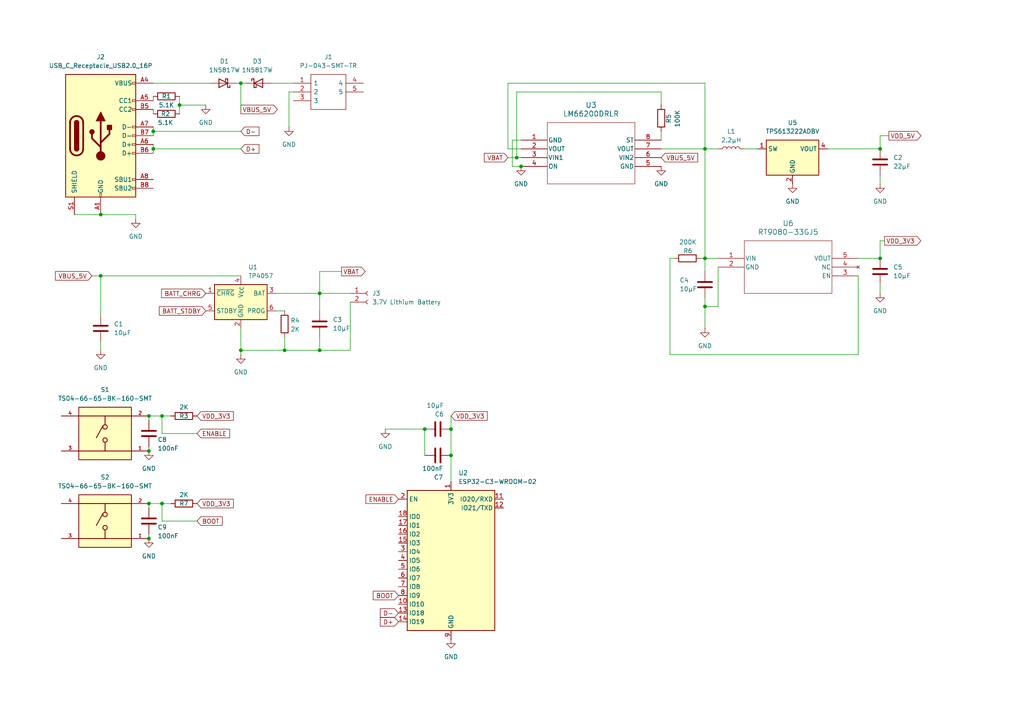
<source format=kicad_sch>
(kicad_sch (version 20250114) (generator "eeschema") (generator_version "9.0")
  (paper "A4")
  (lib_symbols
    (symbol "Battery_Management:TP4057"
      (property "Reference" "U" (at -6.35 6.604 0))
      (property "Value" "TP4057" (at 1.524 6.604 0))
      (symbol "TP4057_0_1"
        (rectangle (start -7.62 5.08) (end 7.62 -5.08) (stroke (width 0.254)) (fill (type background)))
      )
      (symbol "TP4057_1_1"
        (pin open_collector line (at -10.16 2.54 0) (length 2.54) (name "~{CHRG}") (number "1"))
        (pin open_collector line (at -10.16 -2.54 0) (length 2.54) (name "STDBY") (number "5"))
        (pin power_in line (at 0 7.62 270) (length 2.54) (name "V_{CC}") (number "4"))
        (pin power_in line (at 0 -7.62 90) (length 2.54) (name "GND") (number "2"))
        (pin power_out line (at 10.16 2.54 180) (length 2.54) (name "BAT") (number "3"))
        (pin passive line (at 10.16 -2.54 180) (length 2.54) (name "PROG") (number "6"))
      )
    )
    (symbol "Connector:Conn_01x02_Socket" (pin_names (offset 1.016) (hide yes))
      (property "Reference" "J" (at 0 2.54 0))
      (property "Value" "Conn_01x02_Socket" (at 0 -5.08 0))
      (symbol "Conn_01x02_Socket_1_1"
        (polyline (pts (xy -1.27 0) (xy -0.508 0)) (stroke (width 0.1524)))
        (polyline (pts (xy -1.27 -2.54) (xy -0.508 -2.54)) (stroke (width 0.1524)))
        (arc (start 0 -0.508) (mid -0.5058 0) (end 0 0.508) (stroke (width 0.1524)))
        (arc (start 0 -3.048) (mid -0.5058 -2.54) (end 0 -2.032) (stroke (width 0.1524)))
        (pin passive line (at -5.08 0 0) (length 3.81) (name "Pin_1") (number "1"))
        (pin passive line (at -5.08 -2.54 0) (length 3.81) (name "Pin_2") (number "2"))
      )
    )
    (symbol "Connector:USB_C_Receptacle_USB2.0_16P" (pin_names (offset 1.016))
      (property "Reference" "J" (at 0 22.225 0))
      (property "Value" "USB_C_Receptacle_USB2.0_16P" (at 0 19.685 0))
      (symbol "USB_C_Receptacle_USB2.0_16P_0_0"
        (rectangle (start -0.254 -17.78) (end 0.254 -16.764))
        (rectangle (start 10.16 15.494) (end 9.144 14.986))
        (rectangle (start 10.16 10.414) (end 9.144 9.906))
        (rectangle (start 10.16 7.874) (end 9.144 7.366))
        (rectangle (start 10.16 2.794) (end 9.144 2.286))
        (rectangle (start 10.16 0.254) (end 9.144 -0.254))
        (rectangle (start 10.16 -2.286) (end 9.144 -2.794))
        (rectangle (start 10.16 -4.826) (end 9.144 -5.334))
        (rectangle (start 10.16 -12.446) (end 9.144 -12.954))
        (rectangle (start 10.16 -14.986) (end 9.144 -15.494))
      )
      (symbol "USB_C_Receptacle_USB2.0_16P_0_1"
        (rectangle (start -10.16 17.78) (end 10.16 -17.78) (stroke (width 0.254)) (fill (type background)))
        (polyline (pts (xy -8.89 -3.81) (xy -8.89 3.81)) (stroke (width 0.508)))
        (rectangle (start -7.62 -3.81) (end -6.35 3.81) (stroke (width 0.254)) (fill (type outline)))
        (arc (start -7.62 3.81) (mid -6.985 4.4423) (end -6.35 3.81) (stroke (width 0.254)))
        (arc (start -7.62 3.81) (mid -6.985 4.4423) (end -6.35 3.81) (stroke (width 0.254)) (fill (type outline)))
        (arc (start -8.89 3.81) (mid -6.985 5.7067) (end -5.08 3.81) (stroke (width 0.508)))
        (arc (start -5.08 -3.81) (mid -6.985 -5.7067) (end -8.89 -3.81) (stroke (width 0.508)))
        (arc (start -6.35 -3.81) (mid -6.985 -4.4423) (end -7.62 -3.81) (stroke (width 0.254)))
        (arc (start -6.35 -3.81) (mid -6.985 -4.4423) (end -7.62 -3.81) (stroke (width 0.254)) (fill (type outline)))
        (polyline (pts (xy -5.08 3.81) (xy -5.08 -3.81)) (stroke (width 0.508)))
        (circle (center -2.54 1.143) (radius 0.635) (stroke (width 0.254)) (fill (type outline)))
        (polyline (pts (xy -1.27 4.318) (xy 0 6.858) (xy 1.27 4.318) (xy -1.27 4.318)) (stroke (width 0.254)) (fill (type outline)))
        (polyline (pts (xy 0 -2.032) (xy 2.54 0.508) (xy 2.54 1.778)) (stroke (width 0.508)))
        (polyline (pts (xy 0 -3.302) (xy -2.54 -0.762) (xy -2.54 0.508)) (stroke (width 0.508)))
        (polyline (pts (xy 0 -5.842) (xy 0 4.318)) (stroke (width 0.508)))
        (circle (center 0 -5.842) (radius 1.27) (fill (type outline)))
        (rectangle (start 1.905 1.778) (end 3.175 3.048) (stroke (width 0.254)) (fill (type outline)))
      )
      (symbol "USB_C_Receptacle_USB2.0_16P_1_1"
        (pin passive line (at -7.62 -22.86 90) (length 5.08) (name "SHIELD") (number "S1"))
        (pin passive line (at 0 -22.86 90) (length 5.08) (name "GND") (number "A1"))
        (pin passive line (at 0 -22.86 90) (length 5.08) (hide yes) (name "GND") (number "A12"))
        (pin passive line (at 0 -22.86 90) (length 5.08) (hide yes) (name "GND") (number "B1"))
        (pin passive line (at 0 -22.86 90) (length 5.08) (hide yes) (name "GND") (number "B12"))
        (pin passive line (at 15.24 15.24 180) (length 5.08) (name "VBUS") (number "A4"))
        (pin passive line (at 15.24 15.24 180) (length 5.08) (hide yes) (name "VBUS") (number "A9"))
        (pin passive line (at 15.24 15.24 180) (length 5.08) (hide yes) (name "VBUS") (number "B4"))
        (pin passive line (at 15.24 15.24 180) (length 5.08) (hide yes) (name "VBUS") (number "B9"))
        (pin bidirectional line (at 15.24 10.16 180) (length 5.08) (name "CC1") (number "A5"))
        (pin bidirectional line (at 15.24 7.62 180) (length 5.08) (name "CC2") (number "B5"))
        (pin bidirectional line (at 15.24 2.54 180) (length 5.08) (name "D-") (number "A7"))
        (pin bidirectional line (at 15.24 0 180) (length 5.08) (name "D-") (number "B7"))
        (pin bidirectional line (at 15.24 -2.54 180) (length 5.08) (name "D+") (number "A6"))
        (pin bidirectional line (at 15.24 -5.08 180) (length 5.08) (name "D+") (number "B6"))
        (pin bidirectional line (at 15.24 -12.7 180) (length 5.08) (name "SBU1") (number "A8"))
        (pin bidirectional line (at 15.24 -15.24 180) (length 5.08) (name "SBU2") (number "B8"))
      )
    )
    (symbol "Device:C" (pin_numbers (hide yes)) (pin_names (offset 0.254))
      (property "Reference" "C" (at 0.635 2.54 0))
      (property "Value" "C" (at 0.635 -2.54 0))
      (symbol "C_0_1"
        (polyline (pts (xy -2.032 0.762) (xy 2.032 0.762)) (stroke (width 0.508)))
        (polyline (pts (xy -2.032 -0.762) (xy 2.032 -0.762)) (stroke (width 0.508)))
      )
      (symbol "C_1_1"
        (pin passive line (at 0 3.81 270) (length 2.794) (name "~") (number "1"))
        (pin passive line (at 0 -3.81 90) (length 2.794) (name "~") (number "2"))
      )
    )
    (symbol "Device:D_Schottky" (pin_numbers (hide yes)) (pin_names (offset 1.016) (hide yes))
      (property "Reference" "D" (at 0 2.54 0))
      (property "Value" "D_Schottky" (at 0 -2.54 0))
      (symbol "D_Schottky_0_1"
        (polyline (pts (xy -1.905 0.635) (xy -1.905 1.27) (xy -1.27 1.27) (xy -1.27 -1.27) (xy -0.635 -1.27) (xy -0.635 -0.635)) (stroke (width 0.254)))
        (polyline (pts (xy 1.27 1.27) (xy 1.27 -1.27) (xy -1.27 0) (xy 1.27 1.27)) (stroke (width 0.254)))
        (polyline (pts (xy 1.27 0) (xy -1.27 0)))
      )
      (symbol "D_Schottky_1_1"
        (pin passive line (at -3.81 0 0) (length 2.54) (name "K") (number "1"))
        (pin passive line (at 3.81 0 180) (length 2.54) (name "A") (number "2"))
      )
    )
    (symbol "Device:L" (pin_numbers (hide yes)) (pin_names (offset 1.016) (hide yes))
      (property "Reference" "L" (at -1.27 0 90))
      (property "Value" "L" (at 1.905 0 90))
      (symbol "L_0_1"
        (arc (start 0 2.54) (mid 0.6323 1.905) (end 0 1.27))
        (arc (start 0 1.27) (mid 0.6323 0.635) (end 0 0))
        (arc (start 0 0) (mid 0.6323 -0.635) (end 0 -1.27))
        (arc (start 0 -1.27) (mid 0.6323 -1.905) (end 0 -2.54))
      )
      (symbol "L_1_1"
        (pin passive line (at 0 3.81 270) (length 1.27) (name "1") (number "1"))
        (pin passive line (at 0 -3.81 90) (length 1.27) (name "2") (number "2"))
      )
    )
    (symbol "Device:R" (pin_numbers (hide yes)) (pin_names (offset 0))
      (property "Reference" "R" (at 2.032 0 90))
      (property "Value" "R" (at 0 0 90))
      (symbol "R_0_1"
        (rectangle (start -1.016 -2.54) (end 1.016 2.54) (stroke (width 0.254)))
      )
      (symbol "R_1_1"
        (pin passive line (at 0 3.81 270) (length 1.27) (name "~") (number "1"))
        (pin passive line (at 0 -3.81 90) (length 1.27) (name "~") (number "2"))
      )
    )
    (symbol "My_Library:LM66200DRLR" (pin_names (offset 0.254))
      (property "Reference" "U" (at 20.32 10.16 0))
      (property "Value" "LM66200DRLR" (at 20.32 7.62 0))
      (symbol "LM66200DRLR_0_1"
        (polyline (pts (xy 7.62 5.08) (xy 7.62 -12.7)) (stroke (width 0.127)))
        (polyline (pts (xy 7.62 -12.7) (xy 33.02 -12.7)) (stroke (width 0.127)))
        (polyline (pts (xy 33.02 5.08) (xy 7.62 5.08)) (stroke (width 0.127)))
        (polyline (pts (xy 33.02 -12.7) (xy 33.02 5.08)) (stroke (width 0.127)))
        (pin power_out line (at 0 0 0) (length 7.62) (name "GND") (number "1"))
        (pin power_in line (at 0 -2.54 0) (length 7.62) (name "VOUT") (number "2"))
        (pin input line (at 0 -5.08 0) (length 7.62) (name "VIN1") (number "3"))
        (pin input line (at 0 -7.62 0) (length 7.62) (name "ON") (number "4"))
        (pin output line (at 40.64 0 180) (length 7.62) (name "ST") (number "8"))
        (pin output line (at 40.64 -2.54 180) (length 7.62) (name "VOUT") (number "7"))
        (pin input line (at 40.64 -5.08 180) (length 7.62) (name "VIN2") (number "6"))
        (pin power_out line (at 40.64 -7.62 180) (length 7.62) (name "GND") (number "5"))
      )
    )
    (symbol "My_Library:PJ-043-SMT-TR" (pin_names (offset 0.762))
      (property "Reference" "J" (at 16.51 7.62 0))
      (property "Value" "PJ-043-SMT-TR" (at 16.51 5.08 0))
      (symbol "PJ-043-SMT-TR_0_0"
        (pin passive line (at 0 0 0) (length 5.08) (name "1") (number "1"))
        (pin passive line (at 0 -2.54 0) (length 5.08) (name "2") (number "2"))
        (pin passive line (at 0 -5.08 0) (length 5.08) (name "3") (number "3"))
        (pin passive line (at 20.32 0 180) (length 5.08) (name "4") (number "4"))
        (pin passive line (at 20.32 -2.54 180) (length 5.08) (name "5") (number "5"))
      )
      (symbol "PJ-043-SMT-TR_0_1"
        (polyline (pts (xy 5.08 2.54) (xy 15.24 2.54) (xy 15.24 -7.62) (xy 5.08 -7.62) (xy 5.08 2.54)) (stroke (width 0.1524)))
      )
    )
    (symbol "My_Library:RT9080-33GJ5" (pin_names (offset 0.254))
      (property "Reference" "U" (at 20.32 10.16 0))
      (property "Value" "RT9080-33GJ5" (at 20.32 7.62 0))
      (symbol "RT9080-33GJ5_0_1"
        (polyline (pts (xy 7.62 5.08) (xy 7.62 -10.16)) (stroke (width 0.127)))
        (polyline (pts (xy 7.62 -10.16) (xy 33.02 -10.16)) (stroke (width 0.127)))
        (polyline (pts (xy 33.02 5.08) (xy 7.62 5.08)) (stroke (width 0.127)))
        (polyline (pts (xy 33.02 -10.16) (xy 33.02 5.08)) (stroke (width 0.127)))
        (pin power_in line (at 0 0 0) (length 7.62) (name "VIN") (number "1"))
        (pin power_out line (at 0 -2.54 0) (length 7.62) (name "GND") (number "2"))
        (pin output line (at 40.64 0 180) (length 7.62) (name "VOUT") (number "5"))
        (pin no_connect line (at 40.64 -2.54 180) (length 7.62) (name "NC") (number "4"))
        (pin input line (at 40.64 -5.08 180) (length 7.62) (name "EN") (number "3"))
      )
    )
    (symbol "My_Library:TS04-66-65-BK-160-SMT" (pin_names (offset 1.016))
      (property "Reference" "S" (at -7.62 8.382 0))
      (property "Value" "TS04-66-65-BK-160-SMT" (at -7.62 -8.382 0))
      (symbol "TS04-66-65-BK-160-SMT_0_0"
        (rectangle (start -7.62 -7.62) (end 7.62 7.62) (stroke (width 0.254)) (fill (type background)))
        (polyline (pts (xy 0 5.08) (xy 0 2.54)) (stroke (width 0.254)))
        (circle (center 0 1.905) (radius 0.635) (stroke (width 0.254)))
        (circle (center 0 -1.905) (radius 0.635) (stroke (width 0.254)))
        (polyline (pts (xy 0 -2.54) (xy 0 -5.08)) (stroke (width 0.254)))
        (polyline (pts (xy 0.635 -2.2225) (xy 2.54 1.27)) (stroke (width 0.254)))
        (polyline (pts (xy 7.62 5.08) (xy -7.62 5.08)) (stroke (width 0.254)))
        (polyline (pts (xy 7.62 -5.08) (xy -7.62 -5.08)) (stroke (width 0.254)))
        (pin passive line (at -12.7 5.08 0) (length 5.08) (name "~") (number "1"))
        (pin passive line (at -12.7 -5.08 0) (length 5.08) (name "~") (number "2"))
        (pin passive line (at 12.7 5.08 180) (length 5.08) (name "~") (number "3"))
        (pin passive line (at 12.7 -5.08 180) (length 5.08) (name "~") (number "4"))
      )
    )
    (symbol "RF_Module:ESP32-C3-WROOM-02"
      (property "Reference" "U" (at -12.192 21.336 0))
      (property "Value" "ESP32-C3-WROOM-02" (at 12.192 21.336 0))
      (symbol "ESP32-C3-WROOM-02_1_1"
        (rectangle (start -12.7 20.32) (end 12.7 -20.32) (stroke (width 0.254)) (fill (type background)))
        (pin input line (at -15.24 17.78 0) (length 2.54) (name "EN") (number "2"))
        (pin bidirectional line (at -15.24 12.7 0) (length 2.54) (name "IO0") (number "18"))
        (pin bidirectional line (at -15.24 10.16 0) (length 2.54) (name "IO1") (number "17"))
        (pin bidirectional line (at -15.24 7.62 0) (length 2.54) (name "IO2") (number "16"))
        (pin bidirectional line (at -15.24 5.08 0) (length 2.54) (name "IO3") (number "15"))
        (pin bidirectional line (at -15.24 2.54 0) (length 2.54) (name "IO4") (number "3"))
        (pin bidirectional line (at -15.24 0 0) (length 2.54) (name "IO5") (number "4"))
        (pin bidirectional line (at -15.24 -2.54 0) (length 2.54) (name "IO6") (number "5"))
        (pin bidirectional line (at -15.24 -5.08 0) (length 2.54) (name "IO7") (number "6"))
        (pin bidirectional line (at -15.24 -7.62 0) (length 2.54) (name "IO8") (number "7"))
        (pin bidirectional line (at -15.24 -10.16 0) (length 2.54) (name "IO9") (number "8"))
        (pin bidirectional line (at -15.24 -12.7 0) (length 2.54) (name "IO10") (number "10"))
        (pin bidirectional line (at -15.24 -15.24 0) (length 2.54) (name "IO18") (number "13"))
        (pin bidirectional line (at -15.24 -17.78 0) (length 2.54) (name "IO19") (number "14"))
        (pin power_in line (at 0 22.86 270) (length 2.54) (name "3V3") (number "1"))
        (pin passive line (at 0 -22.86 90) (length 2.54) (hide yes) (name "GND") (number "19"))
        (pin power_in line (at 0 -22.86 90) (length 2.54) (name "GND") (number "9"))
        (pin bidirectional line (at 15.24 17.78 180) (length 2.54) (name "IO20/RXD") (number "11"))
        (pin bidirectional line (at 15.24 15.24 180) (length 2.54) (name "IO21/TXD") (number "12"))
      )
    )
    (symbol "Regulator_Switching:TPS613222ADBV"
      (property "Reference" "U" (at -7.62 6.35 0))
      (property "Value" "TPS613222ADBV" (at 2.54 6.35 0))
      (symbol "TPS613222ADBV_0_1"
        (rectangle (start -7.62 5.08) (end 7.62 -5.08) (stroke (width 0.254)) (fill (type background)))
      )
      (symbol "TPS613222ADBV_1_1"
        (pin power_in line (at -10.16 2.54 0) (length 2.54) (name "SW") (number "1"))
        (pin no_connect line (at -7.62 -2.54 0) (length 2.54) (hide yes) (name "NC") (number "3"))
        (pin power_in line (at 0 -7.62 90) (length 2.54) (name "GND") (number "2"))
        (pin no_connect line (at 7.62 -2.54 180) (length 2.54) (hide yes) (name "NC") (number "5"))
        (pin power_out line (at 10.16 2.54 180) (length 2.54) (name "VOUT") (number "4"))
      )
    )
    (symbol "power:GND" (power) (pin_numbers (hide yes)) (pin_names (offset 0) (hide yes))
      (property "Value" "GND" (at 0 -3.81 0))
      (symbol "GND_0_1"
        (polyline (pts (xy 0 0) (xy 0 -1.27) (xy 1.27 -1.27) (xy 0 -2.54) (xy -1.27 -1.27) (xy 0 -1.27)))
      )
      (symbol "GND_1_1"
        (pin power_in line (at 0 0 270) (length 0) (name "~") (number "1"))
      )
    )
  )
  (junction (at 69.85 101.6))
  (junction (at 44.45 43.18))
  (junction (at 43.18 120.65))
  (junction (at 149.86 45.72))
  (junction (at 92.71 101.6))
  (junction (at 29.21 62.23))
  (junction (at 29.21 80.01))
  (junction (at 130.81 124.46))
  (junction (at 44.45 38.1))
  (junction (at 46.99 146.05))
  (junction (at 151.13 48.26))
  (junction (at 255.27 43.18))
  (junction (at 130.81 132.08))
  (junction (at 69.85 24.13))
  (junction (at 43.18 130.81))
  (junction (at 204.47 88.9))
  (junction (at 92.71 85.09))
  (junction (at 123.19 124.46))
  (junction (at 46.99 120.65))
  (junction (at 43.18 156.21))
  (junction (at 82.55 101.6))
  (junction (at 204.47 74.93))
  (junction (at 204.47 43.18))
  (junction (at 255.27 74.93))
  (junction (at 43.18 146.05))
  (junction (at 52.07 30.48))
  (wire (pts (xy 99.06 78.74) (xy 92.71 78.74)))
  (wire (pts (xy 29.21 99.06) (xy 29.21 101.6)))
  (wire (pts (xy 147.32 43.18) (xy 147.32 24.13)))
  (wire (pts (xy 194.31 74.93) (xy 195.58 74.93)))
  (wire (pts (xy 21.59 62.23) (xy 29.21 62.23)))
  (wire (pts (xy 204.47 86.36) (xy 204.47 88.9)))
  (wire (pts (xy 147.32 45.72) (xy 149.86 45.72)))
  (wire (pts (xy 46.99 151.13) (xy 46.99 146.05)))
  (wire (pts (xy 44.45 24.13) (xy 60.96 24.13)))
  (wire (pts (xy 69.85 101.6) (xy 69.85 102.87)))
  (wire (pts (xy 44.45 38.1) (xy 44.45 39.37)))
  (wire (pts (xy 191.77 26.67) (xy 149.86 26.67)))
  (wire (pts (xy 43.18 120.65) (xy 46.99 120.65)))
  (wire (pts (xy 101.6 101.6) (xy 92.71 101.6)))
  (wire (pts (xy 82.55 101.6) (xy 92.71 101.6)))
  (wire (pts (xy 240.03 43.18) (xy 255.27 43.18)))
  (wire (pts (xy 52.07 27.94) (xy 52.07 30.48)))
  (wire (pts (xy 151.13 40.64) (xy 148.59 40.64)))
  (wire (pts (xy 92.71 90.17) (xy 92.71 85.09)))
  (wire (pts (xy 69.85 101.6) (xy 82.55 101.6)))
  (wire (pts (xy 149.86 45.72) (xy 151.13 45.72)))
  (wire (pts (xy 85.09 26.67) (xy 83.82 26.67)))
  (wire (pts (xy 130.81 124.46) (xy 130.81 132.08)))
  (wire (pts (xy 69.85 31.75) (xy 69.85 24.13)))
  (wire (pts (xy 204.47 24.13) (xy 204.47 43.18)))
  (wire (pts (xy 44.45 38.1) (xy 69.85 38.1)))
  (wire (pts (xy 208.28 74.93) (xy 204.47 74.93)))
  (wire (pts (xy 204.47 74.93) (xy 204.47 78.74)))
  (wire (pts (xy 204.47 43.18) (xy 204.47 74.93)))
  (wire (pts (xy 111.76 124.46) (xy 123.19 124.46)))
  (wire (pts (xy 255.27 82.55) (xy 255.27 85.09)))
  (wire (pts (xy 44.45 36.83) (xy 44.45 38.1)))
  (wire (pts (xy 208.28 88.9) (xy 204.47 88.9)))
  (wire (pts (xy 46.99 125.73) (xy 57.15 125.73)))
  (wire (pts (xy 191.77 26.67) (xy 191.77 30.48)))
  (wire (pts (xy 248.92 74.93) (xy 255.27 74.93)))
  (wire (pts (xy 204.47 43.18) (xy 208.28 43.18)))
  (wire (pts (xy 92.71 85.09) (xy 101.6 85.09)))
  (wire (pts (xy 83.82 26.67) (xy 83.82 36.83)))
  (wire (pts (xy 147.32 24.13) (xy 204.47 24.13)))
  (wire (pts (xy 257.81 39.37) (xy 255.27 39.37)))
  (wire (pts (xy 256.54 69.85) (xy 255.27 69.85)))
  (wire (pts (xy 43.18 129.54) (xy 43.18 130.81)))
  (wire (pts (xy 26.67 80.01) (xy 29.21 80.01)))
  (wire (pts (xy 92.71 97.79) (xy 92.71 101.6)))
  (wire (pts (xy 78.74 24.13) (xy 85.09 24.13)))
  (wire (pts (xy 43.18 146.05) (xy 46.99 146.05)))
  (wire (pts (xy 44.45 43.18) (xy 44.45 44.45)))
  (wire (pts (xy 151.13 43.18) (xy 147.32 43.18)))
  (wire (pts (xy 29.21 80.01) (xy 69.85 80.01)))
  (wire (pts (xy 46.99 151.13) (xy 57.15 151.13)))
  (wire (pts (xy 248.92 80.01) (xy 248.92 102.87)))
  (wire (pts (xy 43.18 154.94) (xy 43.18 156.21)))
  (wire (pts (xy 130.81 120.65) (xy 130.81 124.46)))
  (wire (pts (xy 44.45 43.18) (xy 69.85 43.18)))
  (wire (pts (xy 149.86 26.67) (xy 149.86 45.72)))
  (wire (pts (xy 130.81 132.08) (xy 130.81 139.7)))
  (wire (pts (xy 46.99 125.73) (xy 46.99 120.65)))
  (wire (pts (xy 101.6 87.63) (xy 101.6 101.6)))
  (wire (pts (xy 191.77 43.18) (xy 204.47 43.18)))
  (wire (pts (xy 215.9 43.18) (xy 219.71 43.18)))
  (wire (pts (xy 82.55 90.17) (xy 80.01 90.17)))
  (wire (pts (xy 44.45 27.94) (xy 44.45 29.21)))
  (wire (pts (xy 148.59 40.64) (xy 148.59 48.26)))
  (wire (pts (xy 49.53 146.05) (xy 46.99 146.05)))
  (wire (pts (xy 255.27 39.37) (xy 255.27 43.18)))
  (wire (pts (xy 92.71 78.74) (xy 92.71 85.09)))
  (wire (pts (xy 43.18 121.92) (xy 43.18 120.65)))
  (wire (pts (xy 52.07 30.48) (xy 52.07 33.02)))
  (wire (pts (xy 49.53 120.65) (xy 46.99 120.65)))
  (wire (pts (xy 204.47 88.9) (xy 204.47 95.25)))
  (wire (pts (xy 255.27 53.34) (xy 255.27 50.8)))
  (wire (pts (xy 69.85 24.13) (xy 71.12 24.13)))
  (wire (pts (xy 82.55 101.6) (xy 82.55 97.79)))
  (wire (pts (xy 44.45 33.02) (xy 44.45 31.75)))
  (wire (pts (xy 123.19 124.46) (xy 123.19 132.08)))
  (wire (pts (xy 39.37 62.23) (xy 39.37 63.5)))
  (wire (pts (xy 148.59 48.26) (xy 151.13 48.26)))
  (wire (pts (xy 69.85 95.25) (xy 69.85 101.6)))
  (wire (pts (xy 59.69 30.48) (xy 52.07 30.48)))
  (wire (pts (xy 203.2 74.93) (xy 204.47 74.93)))
  (wire (pts (xy 29.21 80.01) (xy 29.21 91.44)))
  (wire (pts (xy 191.77 38.1) (xy 191.77 40.64)))
  (wire (pts (xy 44.45 41.91) (xy 44.45 43.18)))
  (wire (pts (xy 248.92 102.87) (xy 194.31 102.87)))
  (wire (pts (xy 80.01 85.09) (xy 92.71 85.09)))
  (wire (pts (xy 29.21 62.23) (xy 39.37 62.23)))
  (wire (pts (xy 255.27 69.85) (xy 255.27 74.93)))
  (wire (pts (xy 208.28 88.9) (xy 208.28 77.47)))
  (wire (pts (xy 68.58 24.13) (xy 69.85 24.13)))
  (wire (pts (xy 43.18 147.32) (xy 43.18 146.05)))
  (wire (pts (xy 194.31 74.93) (xy 194.31 102.87)))
  (global_label "D+" (shape input) (at 115.57 180.34 180) (property "Intersheetrefs" "${INTERSHEET_REFS}" (effects (hide yes))))
  (global_label "VBAT" (shape input) (at 147.32 45.72 180) (property "Intersheetrefs" "${INTERSHEET_REFS}" (effects (hide yes))))
  (global_label "D+" (shape input) (at 69.85 43.18 0) (property "Intersheetrefs" "${INTERSHEET_REFS}" (effects (hide yes))))
  (global_label "BOOT" (shape input) (at 57.15 151.13 0) (property "Intersheetrefs" "${INTERSHEET_REFS}" (effects (hide yes))))
  (global_label "VBUS_5V" (shape input) (at 191.77 45.72 0) (property "Intersheetrefs" "${INTERSHEET_REFS}" (effects (hide yes))))
  (global_label "BATT_STDBY" (shape input) (at 59.69 90.17 180) (property "Intersheetrefs" "${INTERSHEET_REFS}" (effects (hide yes))))
  (global_label "VDD_3V3" (shape input) (at 57.15 120.65 0) (property "Intersheetrefs" "${INTERSHEET_REFS}" (effects (hide yes))))
  (global_label "VDD_3V3" (shape input) (at 57.15 146.05 0) (property "Intersheetrefs" "${INTERSHEET_REFS}" (effects (hide yes))))
  (global_label "ENABLE" (shape input) (at 115.57 144.78 180) (property "Intersheetrefs" "${INTERSHEET_REFS}" (effects (hide yes))))
  (global_label "VDD_3V3" (shape input) (at 130.81 120.65 0) (property "Intersheetrefs" "${INTERSHEET_REFS}" (effects (hide yes))))
  (global_label "VDD_5V" (shape output) (at 257.81 39.37 0) (property "Intersheetrefs" "${INTERSHEET_REFS}" (effects (hide yes))))
  (global_label "VBAT" (shape output) (at 99.06 78.74 0) (property "Intersheetrefs" "${INTERSHEET_REFS}" (effects (hide yes))))
  (global_label "D-" (shape input) (at 115.57 177.8 180) (property "Intersheetrefs" "${INTERSHEET_REFS}" (effects (hide yes))))
  (global_label "BOOT" (shape input) (at 115.57 172.72 180) (property "Intersheetrefs" "${INTERSHEET_REFS}" (effects (hide yes))))
  (global_label "VBUS_5V" (shape input) (at 26.67 80.01 180) (property "Intersheetrefs" "${INTERSHEET_REFS}" (effects (hide yes))))
  (global_label "ENABLE" (shape input) (at 57.15 125.73 0) (property "Intersheetrefs" "${INTERSHEET_REFS}" (effects (hide yes))))
  (global_label "BATT_CHRG" (shape input) (at 59.69 85.09 180) (property "Intersheetrefs" "${INTERSHEET_REFS}" (effects (hide yes))))
  (global_label "VBUS_5V" (shape output) (at 69.85 31.75 0) (property "Intersheetrefs" "${INTERSHEET_REFS}" (effects (hide yes))))
  (global_label "VDD_3V3" (shape output) (at 256.54 69.85 0) (property "Intersheetrefs" "${INTERSHEET_REFS}" (effects (hide yes))))
  (global_label "D-" (shape input) (at 69.85 38.1 0) (property "Intersheetrefs" "${INTERSHEET_REFS}" (effects (hide yes))))
  (symbol (lib_id "power:GND") (at 111.76 124.46 0) (unit 1)
    (property "Reference" "#PWR012" (effects (hide yes)))
    (property "Value" "GND" (at 111.76 129.54 0))
    (property "Description" "Power symbol creates a global label with name \"GND\" , ground" (effects (hide yes)))
  )
  (symbol (lib_id "power:GND") (at 69.85 102.87 0) (unit 1)
    (property "Reference" "#PWR06" (effects (hide yes)))
    (property "Value" "GND" (at 69.85 107.95 0))
    (property "Description" "Power symbol creates a global label with name \"GND\" , ground" (effects (hide yes)))
  )
  (symbol (lib_id "Device:C") (at 255.27 46.99 0) (unit 1)
    (property "Reference" "C2" (at 259.08 45.7199 0) (effects (justify left)))
    (property "Value" "22µF" (at 259.08 48.2599 0) (effects (justify left)))
    (property "Footprint" "Capacitor_SMD:C_0603_1608Metric_Pad1.08x0.95mm_HandSolder" (effects (hide yes)))
    (property "Description" "Unpolarized capacitor" (effects (hide yes)))
  )
  (symbol (lib_id "power:GND") (at 204.47 95.25 0) (unit 1)
    (property "Reference" "#PWR010" (effects (hide yes)))
    (property "Value" "GND" (at 204.47 100.33 0))
    (property "Description" "Power symbol creates a global label with name \"GND\" , ground" (effects (hide yes)))
  )
  (symbol (lib_id "Device:R") (at 48.26 27.94 90) (unit 1)
    (property "Reference" "R1" (at 48.26 27.94 90))
    (property "Value" "5.1K" (at 48.26 30.48 90))
    (property "Footprint" "Resistor_SMD:R_0603_1608Metric_Pad0.98x0.95mm_HandSolder" (effects (hide yes)))
    (property "Description" "Resistor" (effects (hide yes)))
  )
  (symbol (lib_id "Device:C") (at 204.47 82.55 0) (unit 1)
    (property "Reference" "C4" (at 197.104 81.28 0) (effects (justify left)))
    (property "Value" "10µF" (at 197.104 83.82 0) (effects (justify left)))
    (property "Footprint" "Capacitor_SMD:C_0603_1608Metric_Pad1.08x0.95mm_HandSolder" (effects (hide yes)))
    (property "Description" "Unpolarized capacitor" (effects (hide yes)))
  )
  (symbol (lib_id "My_Library:LM66200DRLR") (at 151.13 40.64 0) (unit 1)
    (property "Reference" "U3" (at 171.45 30.48 0) (effects (font (size 1.524 1.524))))
    (property "Value" "LM66200DRLR" (at 171.45 33.02 0) (effects (font (size 1.524 1.524))))
    (property "Footprint" "My_Library:SOT-5X3_DRL_TEX" (effects (hide yes)))
    (property "Datasheet" "LM66200DRLR" (effects (hide yes)))
  )
  (symbol (lib_id "power:GND") (at 43.18 130.81 0) (unit 1)
    (property "Reference" "#PWR013" (effects (hide yes)))
    (property "Value" "GND" (at 43.18 135.89 0))
    (property "Description" "Power symbol creates a global label with name \"GND\" , ground" (effects (hide yes)))
  )
  (symbol (lib_id "My_Library:PJ-043-SMT-TR") (at 85.09 24.13 0) (unit 1)
    (property "Reference" "J1" (at 95.25 16.51 0))
    (property "Value" "PJ-043-SMT-TR" (at 95.25 19.05 0))
    (property "Footprint" "My_Library:PJ043SMTTR" (effects (hide yes)))
    (property "Datasheet" "https://www.sameskydevices.com/product/resource/supplyframepdf/pj-043-smt-tr.pdf" (effects (hide yes)))
    (property "Description" "1.0 x 3.2 mm, 2.0 A, Horizontal, Surface Mount (SMT), Shielded, Dc Power Jack Connector" (effects (hide yes)))
    (property "Description_1" "1.0 x 3.2 mm, 2.0 A, Horizontal, Surface Mount (SMT), Shielded, Dc Power Jack Connector" (effects (hide yes)))
    (property "Height" "4.77" (effects (hide yes)))
    (property "Mouser Part Number" "490-PJ-043-SMT-TR" (effects (hide yes)))
    (property "Mouser Price/Stock" "https://www.mouser.co.uk/ProductDetail/Same-Sky/PJ-043-SMT-TR?qs=WyjlAZoYn504fsXktSvOWQ%3D%3D" (effects (hide yes)))
    (property "Manufacturer_Name" "Same Sky" (effects (hide yes)))
    (property "Manufacturer_Part_Number" "PJ-043-SMT-TR" (effects (hide yes)))
  )
  (symbol (lib_id "My_Library:TS04-66-65-BK-160-SMT") (at 30.48 151.13 180) (unit 1)
    (property "Reference" "S2" (at 30.48 138.43 0))
    (property "Value" "TS04-66-65-BK-160-SMT" (at 30.48 140.97 0))
    (property "Footprint" "My_Library:SW_TS04-66-65-BK-160-SMT" (effects (hide yes)))
    (property "PARTREV" "1.0" (effects (hide yes)))
    (property "MANUFACTURER" "CUI Devices" (effects (hide yes)))
    (property "STANDARD" "Manufacturer Recommendations" (effects (hide yes)))
  )
  (symbol (lib_id "Device:R") (at 191.77 34.29 0) (unit 1)
    (property "Reference" "R5" (at 193.929 34.417 90))
    (property "Value" "100K" (at 196.469 34.417 90))
    (property "Footprint" "Resistor_SMD:R_0603_1608Metric_Pad0.98x0.95mm_HandSolder" (effects (hide yes)))
    (property "Description" "Resistor" (effects (hide yes)))
  )
  (symbol (lib_id "Device:R") (at 48.26 33.02 90) (unit 1)
    (property "Reference" "R2" (at 48.006 33.02 90))
    (property "Value" "5.1K" (at 48.006 35.56 90))
    (property "Footprint" "Resistor_SMD:R_0603_1608Metric_Pad0.98x0.95mm_HandSolder" (effects (hide yes)))
    (property "Description" "Resistor" (effects (hide yes)))
  )
  (symbol (lib_id "power:GND") (at 229.87 53.34 0) (unit 1)
    (property "Reference" "#PWR05" (effects (hide yes)))
    (property "Value" "GND" (at 229.87 58.42 0))
    (property "Description" "Power symbol creates a global label with name \"GND\" , ground" (effects (hide yes)))
  )
  (symbol (lib_id "Device:C") (at 255.27 78.74 0) (unit 1)
    (property "Reference" "C5" (at 259.08 77.4699 0) (effects (justify left)))
    (property "Value" "10µF" (at 259.08 80.0099 0) (effects (justify left)))
    (property "Footprint" "Capacitor_SMD:C_0603_1608Metric_Pad1.08x0.95mm_HandSolder" (effects (hide yes)))
    (property "Description" "Unpolarized capacitor" (effects (hide yes)))
  )
  (symbol (lib_id "power:GND") (at 130.81 185.42 0) (unit 1)
    (property "Reference" "#PWR015" (effects (hide yes)))
    (property "Value" "GND" (at 130.81 190.5 0))
    (property "Description" "Power symbol creates a global label with name \"GND\" , ground" (effects (hide yes)))
  )
  (symbol (lib_id "Device:R") (at 53.34 146.05 90) (unit 1)
    (property "Reference" "R7" (at 53.34 146.05 90))
    (property "Value" "2K" (at 53.34 143.51 90))
    (property "Footprint" "Resistor_SMD:R_0603_1608Metric_Pad0.98x0.95mm_HandSolder" (effects (hide yes)))
    (property "Description" "Resistor" (effects (hide yes)))
  )
  (symbol (lib_id "Connector:USB_C_Receptacle_USB2.0_16P") (at 29.21 39.37 0) (unit 1)
    (property "Reference" "J2" (at 29.21 16.51 0))
    (property "Value" "USB_C_Receptacle_USB2.0_16P" (at 29.21 19.05 0))
    (property "Footprint" "Connector_USB:USB_C_Receptacle_GCT_USB4105-xx-A_16P_TopMnt_Horizontal" (effects (hide yes)))
    (property "Datasheet" "https://www.usb.org/sites/default/files/documents/usb_type-c.zip" (effects (hide yes)))
    (property "Description" "USB 2.0-only 16P Type-C Receptacle connector" (effects (hide yes)))
  )
  (symbol (lib_id "Device:D_Schottky") (at 74.93 24.13 0) (unit 1)
    (property "Reference" "D3" (at 74.6125 17.78 0))
    (property "Value" "1N5817W" (at 74.6125 20.32 0))
    (property "Footprint" "Diode_SMD:D_SOD-123" (effects (hide yes)))
    (property "Description" "Schottky diode" (effects (hide yes)))
  )
  (symbol (lib_id "power:GND") (at 39.37 63.5 0) (unit 1)
    (property "Reference" "#PWR01" (effects (hide yes)))
    (property "Value" "GND" (at 39.37 68.58 0))
    (property "Description" "Power symbol creates a global label with name \"GND\" , ground" (effects (hide yes)))
  )
  (symbol (lib_id "power:GND") (at 151.13 48.26 0) (unit 1)
    (property "Reference" "#PWR09" (effects (hide yes)))
    (property "Value" "GND" (at 151.13 53.34 0))
    (property "Description" "Power symbol creates a global label with name \"GND\" , ground" (effects (hide yes)))
  )
  (symbol (lib_id "My_Library:TS04-66-65-BK-160-SMT") (at 30.48 125.73 180) (unit 1)
    (property "Reference" "S1" (at 30.48 113.03 0))
    (property "Value" "TS04-66-65-BK-160-SMT" (at 30.48 115.57 0))
    (property "Footprint" "My_Library:SW_TS04-66-65-BK-160-SMT" (effects (hide yes)))
    (property "PARTREV" "1.0" (effects (hide yes)))
    (property "MANUFACTURER" "CUI Devices" (effects (hide yes)))
    (property "STANDARD" "Manufacturer Recommendations" (effects (hide yes)))
  )
  (symbol (lib_id "Regulator_Switching:TPS613222ADBV") (at 229.87 45.72 0) (unit 1)
    (property "Reference" "U5" (at 229.87 35.56 0))
    (property "Value" "TPS613222ADBV" (at 229.87 38.1 0))
    (property "Footprint" "Package_TO_SOT_SMD:SOT-23-5" (effects (hide yes)))
    (property "Datasheet" "http://www.ti.com/lit/ds/symlink/tps61322.pdf" (effects (hide yes)))
    (property "Description" "1.8A Step-Up Converter, 5V Output Voltage, 0.9-5.5V Input Voltage, SOT-23-5" (effects (hide yes)))
  )
  (symbol (lib_id "Battery_Management:TP4057") (at 69.85 87.63 0) (unit 1)
    (property "Reference" "U1" (at 71.9933 77.47 0) (effects (justify left)))
    (property "Value" "TP4057" (at 71.9933 80.01 0) (effects (justify left)))
    (property "Footprint" "Package_TO_SOT_SMD:TSOT-23-6" (effects (hide yes)))
    (property "Datasheet" "http://toppwr.com/uploadfile/file/20230304/640302a47b738.pdf" (effects (hide yes)))
    (property "Description" "Constant-current/constant-voltage linear charger for single cell lithium-ion batteries with 2.9V Trickle Charge, 4.5V to 6.5V VDD, -40 to +85 degree Celsius, TSOT-23-6" (effects (hide yes)))
  )
  (symbol (lib_id "Device:R") (at 53.34 120.65 90) (unit 1)
    (property "Reference" "R3" (at 53.34 120.65 90))
    (property "Value" "2K" (at 53.34 118.11 90))
    (property "Footprint" "Resistor_SMD:R_0603_1608Metric_Pad0.98x0.95mm_HandSolder" (effects (hide yes)))
    (property "Description" "Resistor" (effects (hide yes)))
  )
  (symbol (lib_id "Device:C") (at 92.71 93.98 0) (unit 1)
    (property "Reference" "C3" (at 96.52 92.7099 0) (effects (justify left)))
    (property "Value" "10µF" (at 96.52 95.2499 0) (effects (justify left)))
    (property "Footprint" "Capacitor_SMD:C_0603_1608Metric_Pad1.08x0.95mm_HandSolder" (effects (hide yes)))
    (property "Description" "Unpolarized capacitor" (effects (hide yes)))
  )
  (symbol (lib_id "Device:C") (at 43.18 125.73 0) (unit 1)
    (property "Reference" "C8" (at 45.72 127.508 0) (effects (justify left)))
    (property "Value" "100nF" (at 45.72 130.048 0) (effects (justify left)))
    (property "Footprint" "Capacitor_SMD:C_0603_1608Metric_Pad1.08x0.95mm_HandSolder" (effects (hide yes)))
    (property "Description" "Unpolarized capacitor" (effects (hide yes)))
  )
  (symbol (lib_id "My_Library:RT9080-33GJ5") (at 208.28 74.93 0) (unit 1)
    (property "Reference" "U6" (at 228.6 64.77 0) (effects (font (size 1.524 1.524))))
    (property "Value" "RT9080-33GJ5" (at 228.6 67.31 0) (effects (font (size 1.524 1.524))))
    (property "Footprint" "My_Library:TSOT-23-5_RIT" (effects (hide yes)))
    (property "Datasheet" "RT9080-33GJ5" (effects (hide yes)))
  )
  (symbol (lib_id "power:GND") (at 83.82 36.83 0) (unit 1)
    (property "Reference" "#PWR07" (effects (hide yes)))
    (property "Value" "GND" (at 83.82 41.91 0))
    (property "Description" "Power symbol creates a global label with name \"GND\" , ground" (effects (hide yes)))
  )
  (symbol (lib_id "Device:C") (at 127 132.08 90) (unit 1)
    (property "Reference" "C7" (at 128.524 138.43 90) (effects (justify left)))
    (property "Value" "100nF" (at 128.524 135.89 90) (effects (justify left)))
    (property "Footprint" "Capacitor_SMD:C_0603_1608Metric_Pad1.08x0.95mm_HandSolder" (effects (hide yes)))
    (property "Description" "Unpolarized capacitor" (effects (hide yes)))
  )
  (symbol (lib_id "Device:R") (at 199.39 74.93 90) (unit 1)
    (property "Reference" "R6" (at 199.517 72.771 90))
    (property "Value" "200K" (at 199.517 70.231 90))
    (property "Footprint" "Resistor_SMD:R_0603_1608Metric_Pad0.98x0.95mm_HandSolder" (effects (hide yes)))
    (property "Description" "Resistor" (effects (hide yes)))
  )
  (symbol (lib_id "Device:L") (at 212.09 43.18 90) (unit 1)
    (property "Reference" "L1" (at 212.09 38.1 90))
    (property "Value" "2.2µH" (at 212.09 40.64 90))
    (property "Footprint" "Inductor_SMD:L_1008_2520Metric_Pad1.43x2.20mm_HandSolder" (effects (hide yes)))
    (property "Description" "Inductor" (effects (hide yes)))
  )
  (symbol (lib_id "power:GND") (at 59.69 30.48 0) (unit 1)
    (property "Reference" "#PWR02" (effects (hide yes)))
    (property "Value" "GND" (at 59.69 35.56 0))
    (property "Description" "Power symbol creates a global label with name \"GND\" , ground" (effects (hide yes)))
  )
  (symbol (lib_id "RF_Module:ESP32-C3-WROOM-02") (at 130.81 162.56 0) (unit 1)
    (property "Reference" "U2" (at 132.9533 137.16 0) (effects (justify left)))
    (property "Value" "ESP32-C3-WROOM-02" (at 132.9533 139.7 0) (effects (justify left)))
    (property "Footprint" "RF_Module:ESP32-C3-WROOM-02" (effects (hide yes)))
    (property "Datasheet" "https://www.espressif.com/sites/default/files/documentation/esp32-c3-wroom-02_datasheet_en.pdf" (effects (hide yes)))
    (property "Description" "802.11 b/g/n Wi­Fi and Bluetooth 5 module, ESP32­C3 SoC, RISC­V microprocessor, On-board antenna" (effects (hide yes)))
  )
  (symbol (lib_id "power:GND") (at 43.18 156.21 0) (unit 1)
    (property "Reference" "#PWR014" (effects (hide yes)))
    (property "Value" "GND" (at 43.18 161.29 0))
    (property "Description" "Power symbol creates a global label with name \"GND\" , ground" (effects (hide yes)))
  )
  (symbol (lib_id "power:GND") (at 255.27 85.09 0) (unit 1)
    (property "Reference" "#PWR011" (effects (hide yes)))
    (property "Value" "GND" (at 255.27 90.17 0))
    (property "Description" "Power symbol creates a global label with name \"GND\" , ground" (effects (hide yes)))
  )
  (symbol (lib_id "Device:C") (at 29.21 95.25 0) (unit 1)
    (property "Reference" "C1" (at 33.02 93.9799 0) (effects (justify left)))
    (property "Value" "10µF" (at 33.02 96.5199 0) (effects (justify left)))
    (property "Footprint" "Capacitor_SMD:C_0603_1608Metric_Pad1.08x0.95mm_HandSolder" (effects (hide yes)))
    (property "Description" "Unpolarized capacitor" (effects (hide yes)))
  )
  (symbol (lib_id "Connector:Conn_01x02_Socket") (at 106.68 85.09 0) (unit 1)
    (property "Reference" "J3" (at 107.95 85.0899 0) (effects (justify left)))
    (property "Value" "3.7V Lithium Battery" (at 107.95 87.6299 0) (effects (justify left)))
    (property "Footprint" "Connector_JST:JST_PH_S2B-PH-K_1x02_P2.00mm_Horizontal" (effects (hide yes)))
    (property "Description" "Generic connector, single row, 01x02, script generated" (effects (hide yes)))
  )
  (symbol (lib_id "Device:D_Schottky") (at 64.77 24.13 180) (unit 1)
    (property "Reference" "D1" (at 65.0875 17.78 0))
    (property "Value" "1N5817W" (at 65.0875 20.32 0))
    (property "Footprint" "Diode_SMD:D_SOD-123" (effects (hide yes)))
    (property "Description" "Schottky diode" (effects (hide yes)))
  )
  (symbol (lib_id "Device:C") (at 127 124.46 90) (unit 1)
    (property "Reference" "C6" (at 128.778 120.142 90) (effects (justify left)))
    (property "Value" "10µF" (at 128.778 117.602 90) (effects (justify left)))
    (property "Footprint" "Capacitor_SMD:C_0603_1608Metric_Pad1.08x0.95mm_HandSolder" (effects (hide yes)))
    (property "Description" "Unpolarized capacitor" (effects (hide yes)))
  )
  (symbol (lib_id "power:GND") (at 255.27 53.34 0) (unit 1)
    (property "Reference" "#PWR03" (effects (hide yes)))
    (property "Value" "GND" (at 255.27 58.42 0))
    (property "Description" "Power symbol creates a global label with name \"GND\" , ground" (effects (hide yes)))
  )
  (symbol (lib_id "Device:C") (at 43.18 151.13 0) (unit 1)
    (property "Reference" "C9" (at 45.72 152.908 0) (effects (justify left)))
    (property "Value" "100nF" (at 45.72 155.448 0) (effects (justify left)))
    (property "Footprint" "Capacitor_SMD:C_0603_1608Metric_Pad1.08x0.95mm_HandSolder" (effects (hide yes)))
    (property "Description" "Unpolarized capacitor" (effects (hide yes)))
  )
  (symbol (lib_id "power:GND") (at 29.21 101.6 0) (unit 1)
    (property "Reference" "#PWR04" (effects (hide yes)))
    (property "Value" "GND" (at 29.21 106.68 0))
    (property "Description" "Power symbol creates a global label with name \"GND\" , ground" (effects (hide yes)))
  )
  (symbol (lib_id "power:GND") (at 191.77 48.26 0) (unit 1)
    (property "Reference" "#PWR08" (effects (hide yes)))
    (property "Value" "GND" (at 191.77 53.34 0))
    (property "Description" "Power symbol creates a global label with name \"GND\" , ground" (effects (hide yes)))
  )
  (symbol (lib_id "Device:R") (at 82.55 93.98 0) (unit 1)
    (property "Reference" "R4" (at 85.598 92.964 0))
    (property "Value" "2K" (at 85.598 95.504 0))
    (property "Footprint" "Resistor_SMD:R_0603_1608Metric_Pad0.98x0.95mm_HandSolder" (effects (hide yes)))
    (property "Description" "Resistor" (effects (hide yes)))
  )
)
</source>
